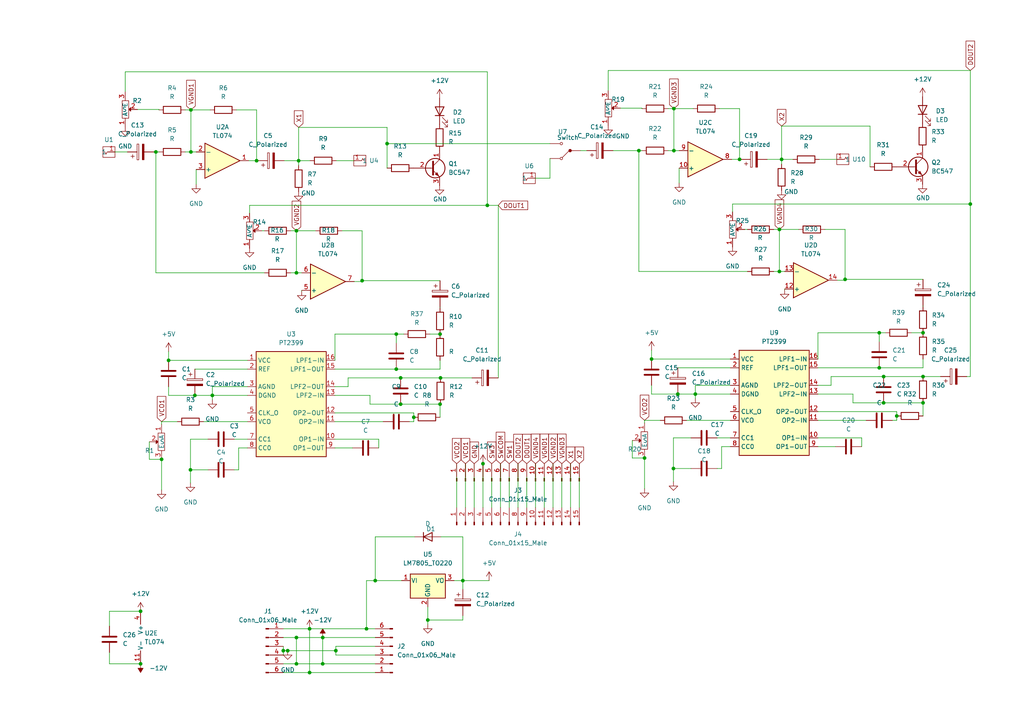
<source format=kicad_sch>
(kicad_sch (version 20230121) (generator eeschema)
  (paper "A4")
  (lib_symbols
    (symbol "Amplifier_Operational:TL074" (pin_names (offset 0.127))
      (property "Reference" "U" (at 0 5.08 0))
      (property "Value" "TL074" (at 0 -5.08 0))
      (symbol "TL074_1_1"
        (pin output line (at 7.62 0 180) (length 2.54) (name "~") (number "1"))
        (pin input line (at -7.62 -2.54 0) (length 2.54) (name "-") (number "2"))
        (pin input line (at -7.62 2.54 0) (length 2.54) (name "+") (number "3"))
      )
      (symbol "TL074_2_1"
        (pin input line (at -7.62 2.54 0) (length 2.54) (name "+") (number "5"))
        (pin input line (at -7.62 -2.54 0) (length 2.54) (name "-") (number "6"))
        (pin output line (at 7.62 0 180) (length 2.54) (name "~") (number "7"))
      )
      (symbol "TL074_3_1"
        (pin input line (at -7.62 2.54 0) (length 2.54) (name "+") (number "10"))
        (pin output line (at 7.62 0 180) (length 2.54) (name "~") (number "8"))
        (pin input line (at -7.62 -2.54 0) (length 2.54) (name "-") (number "9"))
      )
      (symbol "TL074_4_1"
        (pin input line (at -7.62 2.54 0) (length 2.54) (name "+") (number "12"))
        (pin input line (at -7.62 -2.54 0) (length 2.54) (name "-") (number "13"))
        (pin output line (at 7.62 0 180) (length 2.54) (name "~") (number "14"))
      )
      (symbol "TL074_5_1"
        (pin power_in line (at -2.54 -7.62 90) (length 3.81) (name "V-") (number "11"))
        (pin power_in line (at -2.54 7.62 270) (length 3.81) (name "V+") (number "4"))
      )
    )
    (symbol "Audio:PT2399"
      (property "Reference" "U" (at 0 17.78 0))
      (property "Value" "PT2399" (at 0 -17.78 0))
      (symbol "PT2399_1_1"
        (pin power_in line (at -12.7 12.7 0) (length 2.54) (name "VCC") (number "1"))
        (pin input line (at 12.7 -10.16 180) (length 2.54) (name "OP1-IN") (number "10"))
        (pin input line (at 12.7 -5.08 180) (length 2.54) (name "OP2-IN") (number "11"))
        (pin output line (at 12.7 -2.54 180) (length 2.54) (name "OP2-OUT") (number "12"))
        (pin input line (at 12.7 2.54 180) (length 2.54) (name "LPF2-IN") (number "13"))
        (pin output line (at 12.7 5.08 180) (length 2.54) (name "LPF2-OUT") (number "14"))
        (pin output line (at 12.7 10.16 180) (length 2.54) (name "LPF1-OUT") (number "15"))
        (pin input line (at 12.7 12.7 180) (length 2.54) (name "LPF1-IN") (number "16"))
        (pin passive line (at -12.7 10.16 0) (length 2.54) (name "REF") (number "2"))
        (pin power_in line (at -12.7 5.08 0) (length 2.54) (name "AGND") (number "3"))
        (pin power_in line (at -12.7 2.54 0) (length 2.54) (name "DGND") (number "4"))
        (pin passive line (at -12.7 -2.54 0) (length 2.54) (name "CLK_O") (number "5"))
        (pin passive line (at -12.7 -5.08 0) (length 2.54) (name "VCO") (number "6"))
        (pin passive line (at -12.7 -10.16 0) (length 2.54) (name "CC1") (number "7"))
        (pin passive line (at -12.7 -12.7 0) (length 2.54) (name "CC0") (number "8"))
        (pin output line (at 12.7 -12.7 180) (length 2.54) (name "OP1-OUT") (number "9"))
      )
    )
    (symbol "Connector:Conn_01x06_Male" (pin_names (offset 1.016) hide)
      (property "Reference" "J" (at 0 7.62 0))
      (property "Value" "Conn_01x06_Male" (at 0 -10.16 0))
      (symbol "Conn_01x06_Male_1_1"
        (pin passive line (at 5.08 5.08 180) (length 3.81) (name "Pin_1") (number "1"))
        (pin passive line (at 5.08 2.54 180) (length 3.81) (name "Pin_2") (number "2"))
        (pin passive line (at 5.08 0 180) (length 3.81) (name "Pin_3") (number "3"))
        (pin passive line (at 5.08 -2.54 180) (length 3.81) (name "Pin_4") (number "4"))
        (pin passive line (at 5.08 -5.08 180) (length 3.81) (name "Pin_5") (number "5"))
        (pin passive line (at 5.08 -7.62 180) (length 3.81) (name "Pin_6") (number "6"))
      )
    )
    (symbol "Connector:Conn_01x15_Male" (pin_names (offset 1.016) hide)
      (property "Reference" "J" (at 0 20.32 0))
      (property "Value" "Conn_01x15_Male" (at 0 -20.32 0))
      (symbol "Conn_01x15_Male_1_1"
        (pin passive line (at 5.08 17.78 180) (length 3.81) (name "Pin_1") (number "1"))
        (pin passive line (at 5.08 -5.08 180) (length 3.81) (name "Pin_10") (number "10"))
        (pin passive line (at 5.08 -7.62 180) (length 3.81) (name "Pin_11") (number "11"))
        (pin passive line (at 5.08 -10.16 180) (length 3.81) (name "Pin_12") (number "12"))
        (pin passive line (at 5.08 -12.7 180) (length 3.81) (name "Pin_13") (number "13"))
        (pin passive line (at 5.08 -15.24 180) (length 3.81) (name "Pin_14") (number "14"))
        (pin passive line (at 5.08 -17.78 180) (length 3.81) (name "Pin_15") (number "15"))
        (pin passive line (at 5.08 15.24 180) (length 3.81) (name "Pin_2") (number "2"))
        (pin passive line (at 5.08 12.7 180) (length 3.81) (name "Pin_3") (number "3"))
        (pin passive line (at 5.08 10.16 180) (length 3.81) (name "Pin_4") (number "4"))
        (pin passive line (at 5.08 7.62 180) (length 3.81) (name "Pin_5") (number "5"))
        (pin passive line (at 5.08 5.08 180) (length 3.81) (name "Pin_6") (number "6"))
        (pin passive line (at 5.08 2.54 180) (length 3.81) (name "Pin_7") (number "7"))
        (pin passive line (at 5.08 0 180) (length 3.81) (name "Pin_8") (number "8"))
        (pin passive line (at 5.08 -2.54 180) (length 3.81) (name "Pin_9") (number "9"))
      )
    )
    (symbol "Device:C" (pin_numbers hide) (pin_names (offset 0.254))
      (property "Reference" "C" (at 0.635 2.54 0))
      (property "Value" "C" (at 0.635 -2.54 0))
      (symbol "C_1_1"
        (pin passive line (at 0 3.81 270) (length 2.794) (name "~") (number "1"))
        (pin passive line (at 0 -3.81 90) (length 2.794) (name "~") (number "2"))
      )
    )
    (symbol "Device:C_Polarized" (pin_numbers hide) (pin_names (offset 0.254))
      (property "Reference" "C" (at 0.635 2.54 0))
      (property "Value" "C_Polarized" (at 0.635 -2.54 0))
      (symbol "C_Polarized_1_1"
        (pin passive line (at 0 3.81 270) (length 2.794) (name "~") (number "1"))
        (pin passive line (at 0 -3.81 90) (length 2.794) (name "~") (number "2"))
      )
    )
    (symbol "Device:D" (pin_numbers hide) (pin_names (offset 1.016) hide)
      (property "Reference" "D" (at 0 2.54 0))
      (property "Value" "D" (at 0 -2.54 0))
      (symbol "D_1_1"
        (pin passive line (at -3.81 0 0) (length 2.54) (name "K") (number "1"))
        (pin passive line (at 3.81 0 180) (length 2.54) (name "A") (number "2"))
      )
    )
    (symbol "Device:LED" (pin_numbers hide) (pin_names (offset 1.016) hide)
      (property "Reference" "D" (at 0 2.54 0))
      (property "Value" "LED" (at 0 -2.54 0))
      (symbol "LED_1_1"
        (pin passive line (at -3.81 0 0) (length 2.54) (name "K") (number "1"))
        (pin passive line (at 3.81 0 180) (length 2.54) (name "A") (number "2"))
      )
    )
    (symbol "Device:R" (pin_numbers hide) (pin_names (offset 0))
      (property "Reference" "R" (at 2.032 0 90))
      (property "Value" "R" (at 0 0 90))
      (symbol "R_1_1"
        (pin passive line (at 0 3.81 270) (length 1.27) (name "~") (number "1"))
        (pin passive line (at 0 -3.81 90) (length 1.27) (name "~") (number "2"))
      )
    )
    (symbol "HEJ:AlpsPot"
      (property "Reference" "R" (at -6.35 2.54 0))
      (symbol "AlpsPot_1_1"
        (pin passive line (at -3.556 -3.81 90) (length 2.54) (name "A") (number "1"))
        (pin passive line (at 0 1.27 180) (length 2.54) (name "S") (number "2"))
        (pin passive line (at -3.556 6.35 270) (length 2.54) (name "E") (number "3"))
        (pin no_connect line (at -11.684 0 270) (length 2.54) hide (name "NC") (number "4"))
        (pin no_connect line (at -13.716 0 270) (length 2.54) hide (name "NC") (number "5"))
        (pin no_connect line (at -16.002 0 270) (length 2.54) hide (name "NC") (number "6"))
      )
    )
    (symbol "HEJ:Aux_flush"
      (property "Reference" "U" (at -0.0508 5.3848 0))
      (symbol "Aux_flush_1_1"
        (pin bidirectional line (at 1.7272 0 180) (length 2) (name "1") (number "1"))
      )
    )
    (symbol "HEJ:Switch"
      (property "Reference" "U" (at 0 4.318 0))
      (property "Value" "Switch" (at 0 -6.096 0))
      (symbol "Switch_1_1"
        (pin input line (at 5.842 2.286 180) (length 2.54) hide (name "1") (number "1"))
        (pin input line (at -3.048 0 0) (length 2.54) hide (name "2") (number "2"))
        (pin input line (at 5.842 -2.032 180) (length 2.54) hide (name "3") (number "3"))
      )
    )
    (symbol "Regulator_Linear:LM7805_TO220" (pin_names (offset 0.254))
      (property "Reference" "U" (at -3.81 3.175 0))
      (property "Value" "LM7805_TO220" (at 0 3.175 0))
      (symbol "LM7805_TO220_1_1"
        (pin power_in line (at -7.62 0 0) (length 2.54) (name "VI") (number "1"))
        (pin power_in line (at 0 -7.62 90) (length 2.54) (name "GND") (number "2"))
        (pin power_out line (at 7.62 0 180) (length 2.54) (name "VO") (number "3"))
      )
    )
    (symbol "Transistor_BJT:BC547" (pin_names (offset 0) hide)
      (property "Reference" "Q" (at 5.08 1.905 0))
      (property "Value" "BC547" (at 5.08 0 0))
      (symbol "BC547_1_1"
        (pin passive line (at 2.54 5.08 270) (length 2.54) (name "C") (number "1"))
        (pin input line (at -5.08 0 0) (length 5.08) (name "B") (number "2"))
        (pin passive line (at 2.54 -5.08 90) (length 2.54) (name "E") (number "3"))
      )
    )
    (symbol "power:+12V" (power) (pin_names (offset 0))
      (property "Value" "+12V" (at 0 3.556 0))
      (symbol "+12V_1_1"
        (pin power_in line (at 0 0 90) (length 0) hide (name "+12V") (number "1"))
      )
    )
    (symbol "power:+5V" (power) (pin_names (offset 0))
      (property "Value" "+5V" (at 0 3.556 0))
      (symbol "+5V_1_1"
        (pin power_in line (at 0 0 90) (length 0) hide (name "+5V") (number "1"))
      )
    )
    (symbol "power:-12V" (power) (pin_names (offset 0))
      (property "Value" "-12V" (at 0 3.81 0))
      (symbol "-12V_0_0"
        (pin power_in line (at 0 0 90) (length 0) hide (name "-12V") (number "1"))
      )
    )
    (symbol "power:GND" (power) (pin_names (offset 0))
      (property "Value" "GND" (at 0 -3.81 0))
      (symbol "GND_1_1"
        (pin power_in line (at 0 0 270) (length 0) hide (name "GND") (number "1"))
      )
    )
  )
  (junction (at 196.596 114.3))
  (junction (at 112.268 41.656))
  (junction (at 226.695 46.228))
  (junction (at 127.762 109.601))
  (junction (at 106.299 182.372))
  (junction (at 93.599 184.912))
  (junction (at 195.326 135.89))
  (junction (at 226.06 78.74))
  (junction (at 89.789 195.072))
  (junction (at 55.372 31.877))
  (junction (at 195.453 43.688))
  (junction (at 82.169 188.722))
  (junction (at 141.351 59.563))
  (junction (at 56.515 114.681))
  (junction (at 85.979 192.532))
  (junction (at 97.409 188.722))
  (junction (at 45.212 44.069))
  (junction (at 267.716 109.22))
  (junction (at 114.935 96.901))
  (junction (at 74.422 46.609))
  (junction (at 40.767 192.532))
  (junction (at 48.895 104.521))
  (junction (at 55.245 136.271))
  (junction (at 267.716 96.52))
  (junction (at 85.979 184.912))
  (junction (at 188.976 104.14))
  (junction (at 85.979 79.121))
  (junction (at 55.372 44.069))
  (junction (at 256.286 116.84))
  (junction (at 256.286 109.22))
  (junction (at 245.11 81.026))
  (junction (at 89.789 182.372))
  (junction (at 127.635 117.221))
  (junction (at 124.079 179.832))
  (junction (at 267.716 116.84))
  (junction (at 226.06 66.548))
  (junction (at 120.015 121.031))
  (junction (at 214.503 46.228))
  (junction (at 255.016 96.52))
  (junction (at 134.239 168.402))
  (junction (at 40.767 177.292))
  (junction (at 140.081 134.493))
  (junction (at 185.293 43.688))
  (junction (at 108.839 168.402))
  (junction (at 93.599 192.532))
  (junction (at 260.096 120.65))
  (junction (at 195.453 31.496))
  (junction (at 105.029 81.407))
  (junction (at 116.205 117.221))
  (junction (at 201.676 114.3))
  (junction (at 46.863 133.223))
  (junction (at 186.944 132.842))
  (junction (at 85.979 66.929))
  (junction (at 61.595 114.681))
  (junction (at 114.935 107.061))
  (junction (at 116.205 109.601))
  (junction (at 86.614 46.609))
  (junction (at 255.016 106.68))
  (junction (at 83.439 188.722))
  (junction (at 281.432 59.182))
  (junction (at 127.635 96.901))
  (wire (pts (xy 124.079 179.832) (xy 134.239 179.832)))
  (wire (pts (xy 137.541 134.493) (xy 137.541 147.193)))
  (wire (pts (xy 176.403 20.447) (xy 176.403 26.289)))
  (wire (pts (xy 100.965 112.141) (xy 97.155 112.141)))
  (wire (pts (xy 131.699 168.402) (xy 134.239 168.402)))
  (wire (pts (xy 97.155 119.761) (xy 120.015 119.761)))
  (wire (pts (xy 208.026 127) (xy 211.836 127)))
  (wire (pts (xy 196.596 106.68) (xy 211.836 106.68)))
  (wire (pts (xy 186.182 31.369) (xy 186.182 31.496)))
  (wire (pts (xy 245.11 66.548) (xy 239.268 66.548)))
  (wire (pts (xy 227.584 83.82) (xy 227.584 84.074)))
  (wire (pts (xy 141.351 20.828) (xy 141.351 59.563)))
  (wire (pts (xy 83.439 188.722) (xy 97.409 188.722)))
  (wire (pts (xy 116.205 109.601) (xy 100.965 109.601)))
  (wire (pts (xy 97.409 189.992) (xy 108.839 189.992)))
  (wire (pts (xy 55.245 140.081) (xy 55.245 136.271)))
  (wire (pts (xy 97.155 104.521) (xy 97.155 96.901)))
  (wire (pts (xy 252.349 36.576) (xy 226.695 36.576)))
  (wire (pts (xy 82.169 195.072) (xy 89.789 195.072)))
  (wire (pts (xy 71.755 112.141) (xy 61.595 112.141)))
  (wire (pts (xy 102.743 81.661) (xy 105.029 81.661)))
  (wire (pts (xy 201.676 114.3) (xy 211.836 114.3)))
  (wire (pts (xy 48.895 104.521) (xy 71.755 104.521)))
  (wire (pts (xy 280.416 109.22) (xy 281.432 109.22)))
  (wire (pts (xy 224.409 66.548) (xy 226.06 66.548)))
  (wire (pts (xy 241.046 111.76) (xy 237.236 111.76)))
  (wire (pts (xy 214.503 31.496) (xy 208.661 31.496)))
  (wire (pts (xy 46.863 122.301) (xy 46.863 123.063)))
  (wire (pts (xy 112.268 41.656) (xy 159.512 41.656)))
  (wire (pts (xy 67.945 136.271) (xy 69.215 136.271)))
  (wire (pts (xy 185.293 78.74) (xy 216.789 78.74)))
  (wire (pts (xy 141.351 20.828) (xy 36.322 20.828)))
  (wire (pts (xy 55.372 44.069) (xy 56.896 44.069)))
  (wire (pts (xy 46.101 31.75) (xy 46.101 31.877)))
  (wire (pts (xy 191.516 121.92) (xy 186.944 121.92)))
  (wire (pts (xy 247.396 114.3) (xy 247.396 116.84)))
  (wire (pts (xy 193.802 31.496) (xy 195.453 31.496)))
  (wire (pts (xy 241.046 109.22) (xy 241.046 111.76)))
  (wire (pts (xy 114.935 96.901) (xy 117.094 96.901)))
  (wire (pts (xy 177.8 43.688) (xy 185.293 43.688)))
  (wire (pts (xy 114.935 96.901) (xy 114.935 99.441)))
  (wire (pts (xy 214.884 46.228) (xy 214.503 46.228)))
  (wire (pts (xy 72.136 46.609) (xy 74.422 46.609)))
  (wire (pts (xy 97.155 122.301) (xy 111.125 122.301)))
  (wire (pts (xy 45.212 79.121) (xy 76.708 79.121)))
  (wire (pts (xy 242.824 81.28) (xy 245.11 81.28)))
  (wire (pts (xy 85.979 184.912) (xy 85.979 192.532)))
  (wire (pts (xy 61.595 114.681) (xy 71.755 114.681)))
  (wire (pts (xy 140.081 134.493) (xy 140.081 147.193)))
  (wire (pts (xy 87.503 84.201) (xy 87.503 84.455)))
  (wire (pts (xy 195.326 139.7) (xy 195.326 135.89)))
  (wire (pts (xy 33.3502 44.069) (xy 36.957 44.069)))
  (wire (pts (xy 134.239 155.702) (xy 127.889 155.702)))
  (wire (pts (xy 256.286 109.22) (xy 267.716 109.22)))
  (wire (pts (xy 107.315 117.221) (xy 116.205 117.221)))
  (wire (pts (xy 106.299 182.372) (xy 106.299 168.402)))
  (wire (pts (xy 247.396 116.84) (xy 256.286 116.84)))
  (wire (pts (xy 211.836 111.76) (xy 201.676 111.76)))
  (wire (pts (xy 82.169 188.722) (xy 83.439 188.722)))
  (wire (pts (xy 82.169 188.722) (xy 82.169 189.992)))
  (wire (pts (xy 85.979 66.929) (xy 85.979 79.121)))
  (wire (pts (xy 141.351 59.563) (xy 144.526 59.563)))
  (wire (pts (xy 237.236 106.68) (xy 255.016 106.68)))
  (wire (pts (xy 116.205 109.601) (xy 127.762 109.601)))
  (wire (pts (xy 44.577 44.069) (xy 45.212 44.069)))
  (wire (pts (xy 97.155 107.061) (xy 114.935 107.061)))
  (wire (pts (xy 255.016 106.68) (xy 267.716 106.68)))
  (wire (pts (xy 245.11 81.026) (xy 245.11 66.548)))
  (wire (pts (xy 82.169 187.452) (xy 82.169 188.722)))
  (wire (pts (xy 97.155 114.681) (xy 107.315 114.681)))
  (wire (pts (xy 209.296 129.54) (xy 211.836 129.54)))
  (wire (pts (xy 267.716 106.68) (xy 267.716 104.14)))
  (wire (pts (xy 56.896 53.467) (xy 56.896 49.149)))
  (wire (pts (xy 124.079 179.832) (xy 124.079 176.022)))
  (wire (pts (xy 152.781 134.493) (xy 152.781 147.193)))
  (wire (pts (xy 188.976 104.14) (xy 211.836 104.14)))
  (wire (pts (xy 237.236 96.52) (xy 255.016 96.52)))
  (wire (pts (xy 186.944 141.732) (xy 186.944 132.842)))
  (wire (pts (xy 85.979 79.121) (xy 87.503 79.121)))
  (wire (pts (xy 179.959 31.369) (xy 186.182 31.369)))
  (wire (pts (xy 193.802 43.688) (xy 195.453 43.688)))
  (wire (pts (xy 97.409 188.722) (xy 97.409 189.992)))
  (wire (pts (xy 237.236 104.14) (xy 237.236 96.52)))
  (wire (pts (xy 226.695 36.576) (xy 226.695 46.228)))
  (wire (pts (xy 226.695 46.228) (xy 226.695 47.625)))
  (wire (pts (xy 89.789 182.372) (xy 89.789 195.072)))
  (wire (pts (xy 97.155 96.901) (xy 114.935 96.901)))
  (wire (pts (xy 237.236 114.3) (xy 247.396 114.3)))
  (wire (pts (xy 74.422 46.609) (xy 74.422 31.877)))
  (wire (pts (xy 112.268 41.656) (xy 112.268 36.957)))
  (wire (pts (xy 85.979 184.912) (xy 93.599 184.912)))
  (wire (pts (xy 89.789 195.072) (xy 108.839 195.072)))
  (wire (pts (xy 56.515 107.061) (xy 71.755 107.061)))
  (wire (pts (xy 61.595 112.141) (xy 61.595 114.681)))
  (wire (pts (xy 67.945 127.381) (xy 71.755 127.381)))
  (wire (pts (xy 150.241 134.493) (xy 150.241 147.193)))
  (wire (pts (xy 144.526 59.563) (xy 144.526 109.601)))
  (wire (pts (xy 105.029 66.929) (xy 99.187 66.929)))
  (wire (pts (xy 185.293 43.688) (xy 185.293 78.74)))
  (wire (pts (xy 134.239 178.562) (xy 134.239 179.832)))
  (wire (pts (xy 55.245 127.381) (xy 60.325 127.381)))
  (wire (pts (xy 245.11 81.026) (xy 267.716 81.026)))
  (wire (pts (xy 114.935 107.061) (xy 127.635 107.061)))
  (wire (pts (xy 260.096 121.92) (xy 258.826 121.92)))
  (wire (pts (xy 31.75 192.532) (xy 40.767 192.532)))
  (wire (pts (xy 53.721 44.069) (xy 55.372 44.069)))
  (wire (pts (xy 69.215 136.271) (xy 69.215 129.921)))
  (wire (pts (xy 196.596 114.3) (xy 201.676 114.3)))
  (wire (pts (xy 142.621 134.493) (xy 142.621 147.193)))
  (wire (pts (xy 97.409 187.452) (xy 108.839 187.452)))
  (wire (pts (xy 55.372 31.877) (xy 60.96 31.877)))
  (wire (pts (xy 31.75 189.23) (xy 31.75 192.532)))
  (wire (pts (xy 93.599 184.912) (xy 93.599 192.532)))
  (wire (pts (xy 260.096 120.65) (xy 260.096 121.92)))
  (wire (pts (xy 159.512 51.689) (xy 159.512 45.974)))
  (wire (pts (xy 267.716 88.646) (xy 267.716 88.9)))
  (wire (pts (xy 212.471 59.182) (xy 281.432 59.182)))
  (wire (pts (xy 212.217 46.228) (xy 214.503 46.228)))
  (wire (pts (xy 127.762 117.221) (xy 127.635 117.221)))
  (wire (pts (xy 55.245 136.271) (xy 55.245 127.381)))
  (wire (pts (xy 195.326 135.89) (xy 195.326 127)))
  (wire (pts (xy 74.422 31.877) (xy 68.58 31.877)))
  (wire (pts (xy 264.414 96.52) (xy 267.716 96.52)))
  (wire (pts (xy 82.169 192.532) (xy 85.979 192.532)))
  (wire (pts (xy 160.401 134.493) (xy 160.401 147.193)))
  (wire (pts (xy 195.326 127) (xy 200.406 127)))
  (wire (pts (xy 224.409 78.74) (xy 226.06 78.74)))
  (wire (pts (xy 55.245 136.271) (xy 60.325 136.271)))
  (wire (pts (xy 281.432 20.447) (xy 281.432 59.182)))
  (wire (pts (xy 112.268 48.768) (xy 112.268 41.656)))
  (wire (pts (xy 267.716 109.22) (xy 272.796 109.22)))
  (wire (pts (xy 188.976 111.76) (xy 188.976 114.3)))
  (wire (pts (xy 75.946 66.929) (xy 76.708 66.929)))
  (wire (pts (xy 256.286 116.84) (xy 267.716 116.84)))
  (wire (pts (xy 31.75 181.61) (xy 31.75 177.292)))
  (wire (pts (xy 45.212 44.069) (xy 45.212 79.121)))
  (wire (pts (xy 127.635 89.027) (xy 127.635 89.281)))
  (wire (pts (xy 222.504 46.228) (xy 226.695 46.228)))
  (wire (pts (xy 127.635 117.221) (xy 127.635 121.031)))
  (wire (pts (xy 31.75 177.292) (xy 40.767 177.292)))
  (wire (pts (xy 124.079 181.102) (xy 124.079 179.832)))
  (wire (pts (xy 46.863 142.113) (xy 46.863 133.223)))
  (wire (pts (xy 124.714 96.901) (xy 127.635 96.901)))
  (wire (pts (xy 105.029 81.407) (xy 127.635 81.407)))
  (wire (pts (xy 36.322 20.828) (xy 36.322 26.67)))
  (wire (pts (xy 155.2702 51.689) (xy 159.512 51.689)))
  (wire (pts (xy 120.015 119.761) (xy 120.015 121.031)))
  (wire (pts (xy 195.453 31.496) (xy 195.453 43.688)))
  (wire (pts (xy 245.11 81.28) (xy 245.11 81.026)))
  (wire (pts (xy 53.721 31.877) (xy 55.372 31.877)))
  (wire (pts (xy 237.236 129.54) (xy 242.316 129.54)))
  (wire (pts (xy 162.941 134.493) (xy 162.941 147.193)))
  (wire (pts (xy 116.205 117.221) (xy 127.635 117.221)))
  (wire (pts (xy 106.299 168.402) (xy 108.839 168.402)))
  (wire (pts (xy 226.06 78.74) (xy 227.584 78.74)))
  (wire (pts (xy 188.976 114.3) (xy 196.596 114.3)))
  (wire (pts (xy 168.021 134.493) (xy 168.021 147.193)))
  (wire (pts (xy 196.977 53.086) (xy 196.977 48.768)))
  (wire (pts (xy 45.212 44.069) (xy 46.101 44.069)))
  (wire (pts (xy 61.595 114.681) (xy 61.595 115.951)))
  (wire (pts (xy 97.536 46.609) (xy 102.616 46.609)))
  (wire (pts (xy 135.001 134.493) (xy 135.001 147.193)))
  (wire (pts (xy 256.286 109.22) (xy 241.046 109.22)))
  (wire (pts (xy 89.789 182.372) (xy 106.299 182.372)))
  (wire (pts (xy 59.055 122.301) (xy 71.755 122.301)))
  (wire (pts (xy 199.136 121.92) (xy 211.836 121.92)))
  (wire (pts (xy 39.878 31.75) (xy 46.101 31.75)))
  (wire (pts (xy 105.029 81.661) (xy 105.029 81.407)))
  (wire (pts (xy 145.161 134.493) (xy 145.161 147.193)))
  (wire (pts (xy 108.839 155.702) (xy 120.269 155.702)))
  (wire (pts (xy 183.388 127.762) (xy 183.388 132.842)))
  (wire (pts (xy 237.236 127) (xy 249.936 127)))
  (wire (pts (xy 226.06 66.548) (xy 226.06 78.74)))
  (wire (pts (xy 86.614 46.609) (xy 89.916 46.609)))
  (wire (pts (xy 93.599 192.532) (xy 108.839 192.532)))
  (wire (pts (xy 209.296 135.89) (xy 209.296 129.54)))
  (wire (pts (xy 201.676 114.3) (xy 201.676 115.57)))
  (wire (pts (xy 108.839 168.402) (xy 116.459 168.402)))
  (wire (pts (xy 82.423 46.609) (xy 86.614 46.609)))
  (wire (pts (xy 85.979 192.532) (xy 93.599 192.532)))
  (wire (pts (xy 260.096 119.38) (xy 260.096 120.65)))
  (wire (pts (xy 195.453 43.688) (xy 196.977 43.688)))
  (wire (pts (xy 48.895 114.681) (xy 56.515 114.681)))
  (wire (pts (xy 107.315 114.681) (xy 107.315 117.221)))
  (wire (pts (xy 109.855 127.381) (xy 109.855 129.921)))
  (wire (pts (xy 86.614 46.609) (xy 86.614 48.006)))
  (wire (pts (xy 183.388 132.842) (xy 186.944 132.842)))
  (wire (pts (xy 168.402 43.688) (xy 170.18 43.688)))
  (wire (pts (xy 127.635 107.061) (xy 127.635 104.521)))
  (wire (pts (xy 226.06 66.548) (xy 231.648 66.548)))
  (wire (pts (xy 188.976 101.6) (xy 188.976 104.14)))
  (wire (pts (xy 120.015 121.031) (xy 120.015 122.301)))
  (wire (pts (xy 48.895 101.981) (xy 48.895 104.521)))
  (wire (pts (xy 97.409 187.452) (xy 97.409 188.722)))
  (wire (pts (xy 84.328 79.121) (xy 85.979 79.121)))
  (wire (pts (xy 281.432 20.447) (xy 176.403 20.447)))
  (wire (pts (xy 267.716 116.84) (xy 267.716 120.65)))
  (wire (pts (xy 100.965 109.601) (xy 100.965 112.141)))
  (wire (pts (xy 132.461 134.493) (xy 132.461 147.193)))
  (wire (pts (xy 43.307 128.143) (xy 43.307 133.223)))
  (wire (pts (xy 134.239 170.942) (xy 134.239 168.402)))
  (wire (pts (xy 201.676 111.76) (xy 201.676 114.3)))
  (wire (pts (xy 212.471 61.468) (xy 212.471 59.182)))
  (wire (pts (xy 86.614 36.957) (xy 86.614 46.609)))
  (wire (pts (xy 105.029 81.407) (xy 105.029 66.929)))
  (wire (pts (xy 208.026 135.89) (xy 209.296 135.89)))
  (wire (pts (xy 281.432 59.182) (xy 281.432 109.22)))
  (wire (pts (xy 155.321 134.493) (xy 155.321 147.193)))
  (wire (pts (xy 97.155 127.381) (xy 109.855 127.381)))
  (wire (pts (xy 147.701 134.493) (xy 147.701 147.193)))
  (wire (pts (xy 157.861 134.493) (xy 157.861 147.193)))
  (wire (pts (xy 237.236 121.92) (xy 251.206 121.92)))
  (wire (pts (xy 74.803 46.609) (xy 74.422 46.609)))
  (wire (pts (xy 185.293 43.688) (xy 186.182 43.688)))
  (wire (pts (xy 69.215 129.921) (xy 71.755 129.921)))
  (wire (pts (xy 72.39 61.849) (xy 72.39 59.563)))
  (wire (pts (xy 120.015 122.301) (xy 118.745 122.301)))
  (wire (pts (xy 249.936 127) (xy 249.936 129.54)))
  (wire (pts (xy 106.299 182.372) (xy 108.839 182.372)))
  (wire (pts (xy 214.503 46.228) (xy 214.503 31.496)))
  (wire (pts (xy 186.944 121.92) (xy 186.944 122.682)))
  (wire (pts (xy 255.016 96.52) (xy 255.016 99.06)))
  (wire (pts (xy 237.617 46.228) (xy 242.697 46.228)))
  (wire (pts (xy 255.016 96.52) (xy 256.794 96.52)))
  (wire (pts (xy 252.349 48.387) (xy 252.349 36.576)))
  (wire (pts (xy 134.239 168.402) (xy 134.239 155.702)))
  (wire (pts (xy 237.236 119.38) (xy 260.096 119.38)))
  (wire (pts (xy 56.515 114.681) (xy 61.595 114.681)))
  (wire (pts (xy 72.39 59.563) (xy 141.351 59.563)))
  (wire (pts (xy 195.326 135.89) (xy 200.406 135.89)))
  (wire (pts (xy 134.239 168.402) (xy 141.859 168.402)))
  (wire (pts (xy 48.895 112.141) (xy 48.895 114.681)))
  (wire (pts (xy 82.169 182.372) (xy 89.789 182.372)))
  (wire (pts (xy 108.839 168.402) (xy 108.839 155.702)))
  (wire (pts (xy 84.328 66.929) (xy 85.979 66.929)))
  (wire (pts (xy 82.169 184.912) (xy 85.979 184.912)))
  (wire (pts (xy 112.268 36.957) (xy 86.614 36.957)))
  (wire (pts (xy 43.307 133.223) (xy 46.863 133.223)))
  (wire (pts (xy 97.155 129.921) (xy 102.235 129.921)))
  (wire (pts (xy 93.599 184.912) (xy 108.839 184.912)))
  (wire (pts (xy 195.453 31.496) (xy 201.041 31.496)))
  (wire (pts (xy 127.762 109.601) (xy 136.906 109.601)))
  (wire (pts (xy 85.979 66.929) (xy 91.567 66.929)))
  (wire (pts (xy 51.435 122.301) (xy 46.863 122.301)))
  (wire (pts (xy 216.027 66.548) (xy 216.789 66.548)))
  (wire (pts (xy 165.481 134.493) (xy 165.481 147.193)))
  (wire (pts (xy 55.372 31.877) (xy 55.372 44.069)))
  (wire (pts (xy 226.695 46.228) (xy 229.997 46.228)))
  (global_label "X1" (shape input) (at 165.481 134.493 90) (property "Intersheetrefs" "${INTERSHEET_REFS}" (effects hide)))
  (global_label "X2" (shape input) (at 226.695 36.576 90) (property "Intersheetrefs" "${INTERSHEET_REFS}" (effects hide)))
  (global_label "SW1" (shape input) (at 147.701 134.493 90) (property "Intersheetrefs" "${INTERSHEET_REFS}" (effects hide)))
  (global_label "DOUT2" (shape input) (at 150.241 134.493 90) (property "Intersheetrefs" "${INTERSHEET_REFS}" (effects hide)))
  (global_label "X2" (shape input) (at 168.021 134.493 90) (property "Intersheetrefs" "${INTERSHEET_REFS}" (effects hide)))
  (global_label "DOUT1" (shape input) (at 152.781 134.493 90) (property "Intersheetrefs" "${INTERSHEET_REFS}" (effects hide)))
  (global_label "SW3" (shape input) (at 142.621 134.493 90) (property "Intersheetrefs" "${INTERSHEET_REFS}" (effects hide)))
  (global_label "VGND4" (shape input) (at 226.06 66.548 90) (property "Intersheetrefs" "${INTERSHEET_REFS}" (effects hide)))
  (global_label "DOUT1" (shape input) (at 144.526 59.563 0) (property "Intersheetrefs" "${INTERSHEET_REFS}" (effects hide)))
  (global_label "VGND2" (shape input) (at 85.979 66.929 90) (property "Intersheetrefs" "${INTERSHEET_REFS}" (effects hide)))
  (global_label "VCO2" (shape input) (at 186.944 121.92 90) (property "Intersheetrefs" "${INTERSHEET_REFS}" (effects hide)))
  (global_label "GND" (shape input) (at 137.541 134.493 90) (property "Intersheetrefs" "${INTERSHEET_REFS}" (effects hide)))
  (global_label "VGND1" (shape input) (at 55.372 31.877 90) (property "Intersheetrefs" "${INTERSHEET_REFS}" (effects hide)))
  (global_label "VCO2" (shape input) (at 132.461 134.493 90) (property "Intersheetrefs" "${INTERSHEET_REFS}" (effects hide)))
  (global_label "X1" (shape input) (at 86.614 36.957 90) (property "Intersheetrefs" "${INTERSHEET_REFS}" (effects hide)))
  (global_label "VGND1" (shape input) (at 157.861 134.493 90) (property "Intersheetrefs" "${INTERSHEET_REFS}" (effects hide)))
  (global_label "DOUT2" (shape input) (at 281.432 20.447 90) (property "Intersheetrefs" "${INTERSHEET_REFS}" (effects hide)))
  (global_label "VCO1" (shape input) (at 135.001 134.493 90) (property "Intersheetrefs" "${INTERSHEET_REFS}" (effects hide)))
  (global_label "VGND3" (shape input) (at 195.453 31.496 90) (property "Intersheetrefs" "${INTERSHEET_REFS}" (effects hide)))
  (global_label "VCO1" (shape input) (at 46.863 122.301 90) (property "Intersheetrefs" "${INTERSHEET_REFS}" (effects hide)))
  (global_label "SWCOM" (shape input) (at 145.161 134.493 90) (property "Intersheetrefs" "${INTERSHEET_REFS}" (effects hide)))
  (global_label "VGND4" (shape input) (at 155.321 134.493 90) (property "Intersheetrefs" "${INTERSHEET_REFS}" (effects hide)))
  (global_label "VGND2" (shape input) (at 160.401 134.493 90) (property "Intersheetrefs" "${INTERSHEET_REFS}" (effects hide)))
  (global_label "VGND3" (shape input) (at 162.941 134.493 90) (property "Intersheetrefs" "${INTERSHEET_REFS}" (effects hide)))
  (symbol (lib_id "Device:R") (at 189.992 31.496 270) (unit 1)
    (property "Reference" "R21" (at 189.992 25.146 90))
    (property "Value" "R" (at 189.992 27.686 90))
    (property "Footprint" "Resistor_THT:R_Axial_DIN0207_L6.3mm_D2.5mm_P7.62mm_Horizontal" (effects hide))
  )
  (symbol (lib_id "Device:R") (at 120.904 96.901 90) (unit 1)
    (property "Reference" "R37" (at 120.904 91.059 90))
    (property "Value" "R" (at 120.904 93.599 90))
    (property "Footprint" "Resistor_THT:R_Axial_DIN0207_L6.3mm_D2.5mm_P7.62mm_Horizontal" (effects hide))
  )
  (symbol (lib_id "Device:R") (at 64.77 31.877 270) (unit 1)
    (property "Reference" "R6" (at 64.77 25.527 90))
    (property "Value" "R" (at 64.77 28.067 90))
    (property "Footprint" "Resistor_THT:R_Axial_DIN0207_L6.3mm_D2.5mm_P7.62mm_Horizontal" (effects hide))
  )
  (symbol (lib_id "power:+12V") (at 127.508 28.448 0) (unit 1)
    (property "Reference" "#PWR0115" (effects hide))
    (property "Value" "+12V" (at 127.508 23.368 0))
  )
  (symbol (lib_id "Device:R") (at 220.599 66.548 270) (unit 1)
    (property "Reference" "R26" (at 220.472 66.421 90))
    (property "Value" "R" (at 220.472 68.961 90))
    (property "Footprint" "Resistor_THT:R_Axial_DIN0207_L6.3mm_D2.5mm_P7.62mm_Horizontal" (effects hide))
  )
  (symbol (lib_id "Regulator_Linear:LM7805_TO220") (at 124.079 168.402 0) (unit 1)
    (property "Reference" "U5" (at 124.079 160.782 0))
    (property "Value" "LM7805_TO220" (at 124.079 163.322 0))
    (property "Footprint" "Package_TO_SOT_THT:TO-220-3_Vertical" (effects hide))
    (property "Datasheet" "https://www.onsemi.cn/PowerSolutions/document/MC7800-D.PDF" (effects hide))
  )
  (symbol (lib_id "Device:C_Polarized") (at 173.99 43.688 90) (unit 1)
    (property "Reference" "C14" (at 173.101 36.83 90))
    (property "Value" "C_Polarized" (at 173.101 39.37 90))
    (property "Footprint" "Capacitor_THT:C_Rect_L9.0mm_W2.7mm_P7.50mm_MKT" (effects hide))
  )
  (symbol (lib_id "HEJ:AlpsPot") (at 43.307 126.873 180) (unit 1)
    (property "Reference" "R1" (at 42.037 130.683 0) (effects (justify right)))
    (property "Value" "AlpsPot" (effects hide))
    (property "Footprint" "Library:AlpsPot" (effects hide))
  )
  (symbol (lib_id "Transistor_BJT:BC547") (at 265.049 48.387 0) (unit 1)
    (property "Reference" "Q2" (at 270.129 47.1169 0) (effects (justify left)))
    (property "Value" "BC547" (at 270.129 49.6569 0) (effects (justify left)))
    (property "Footprint" "Package_TO_SOT_THT:TO-92_Inline_Wide" (effects hide))
    (property "Datasheet" "https://www.onsemi.com/pub/Collateral/BC550-D.pdf" (effects hide))
  )
  (symbol (lib_id "Device:C") (at 48.895 108.331 0) (unit 1)
    (property "Reference" "C1" (at 52.705 107.0609 0) (effects (justify left)))
    (property "Value" "C" (at 52.705 109.6009 0) (effects (justify left)))
    (property "Footprint" "Capacitor_THT:C_Axial_L3.8mm_D2.6mm_P7.50mm_Horizontal" (effects hide))
  )
  (symbol (lib_id "Device:C") (at 255.016 121.92 90) (unit 1)
    (property "Reference" "C22" (at 255.016 111.76 90))
    (property "Value" "C" (at 255.016 116.84 90))
    (property "Footprint" "Capacitor_THT:C_Axial_L3.8mm_D2.6mm_P7.50mm_Horizontal" (effects hide))
  )
  (symbol (lib_id "Device:R") (at 127.508 39.878 180) (unit 1)
    (property "Reference" "R15" (at 130.048 38.6079 0) (effects (justify right)))
    (property "Value" "R" (at 130.048 41.1479 0) (effects (justify right)))
    (property "Footprint" "Resistor_THT:R_Axial_DIN0207_L6.3mm_D2.5mm_P7.62mm_Horizontal" (effects hide))
  )
  (symbol (lib_id "Device:R") (at 220.599 78.74 270) (unit 1)
    (property "Reference" "R27" (at 220.599 72.39 90))
    (property "Value" "R" (at 220.599 74.93 90))
    (property "Footprint" "Resistor_THT:R_Axial_DIN0207_L6.3mm_D2.5mm_P7.62mm_Horizontal" (effects hide))
  )
  (symbol (lib_id "Device:D") (at 124.079 155.702 0) (unit 1)
    (property "Reference" "D1" (at 124.968 153.416 0))
    (property "Value" "D" (at 124.079 151.892 0))
    (property "Footprint" "Diode_THT:D_A-405_P7.62mm_Horizontal" (effects hide))
  )
  (symbol (lib_id "Device:C") (at 64.135 127.381 90) (unit 1)
    (property "Reference" "C3" (at 67.945 123.571 90))
    (property "Value" "C" (at 67.945 126.111 90))
    (property "Footprint" "Capacitor_THT:C_Axial_L3.8mm_D2.6mm_P7.50mm_Horizontal" (effects hide))
  )
  (symbol (lib_id "Device:C_Polarized") (at 267.716 84.836 0) (unit 1)
    (property "Reference" "C24" (at 271.78 82.6769 0) (effects (justify left)))
    (property "Value" "C_Polarized" (at 271.78 85.2169 0) (effects (justify left)))
    (property "Footprint" "Capacitor_THT:C_Rect_L9.0mm_W2.7mm_P7.50mm_MKT" (effects hide))
  )
  (symbol (lib_id "Device:C") (at 255.016 102.87 0) (unit 1)
    (property "Reference" "C21" (at 258.826 101.5999 0) (effects (justify left)))
    (property "Value" "C" (at 258.826 104.1399 0) (effects (justify left)))
    (property "Footprint" "Capacitor_THT:C_Axial_L3.8mm_D2.6mm_P7.50mm_Horizontal" (effects hide))
  )
  (symbol (lib_id "Device:C") (at 106.045 129.921 90) (unit 1)
    (property "Reference" "C7" (at 106.045 122.301 90))
    (property "Value" "C" (at 106.045 124.841 90))
    (property "Footprint" "Capacitor_THT:C_Axial_L3.8mm_D2.6mm_P7.50mm_Horizontal" (effects hide))
  )
  (symbol (lib_id "Device:LED") (at 127.508 32.258 90) (unit 1)
    (property "Reference" "D2" (at 131.318 32.5754 90) (effects (justify right)))
    (property "Value" "LED" (at 131.318 35.1154 90) (effects (justify right)))
    (property "Footprint" "LED_THT:LED_D5.0mm" (effects hide))
  )
  (symbol (lib_id "Device:C") (at 246.126 129.54 90) (unit 1)
    (property "Reference" "C20" (at 246.126 121.92 90))
    (property "Value" "C" (at 246.126 124.46 90))
    (property "Footprint" "Capacitor_THT:C_Axial_L3.8mm_D2.6mm_P7.50mm_Horizontal" (effects hide))
  )
  (symbol (lib_id "Device:C_Polarized") (at 78.613 46.609 90) (unit 1)
    (property "Reference" "C5" (at 77.724 39.37 90))
    (property "Value" "C_Polarized" (at 77.724 41.91 90))
    (property "Footprint" "Capacitor_THT:C_Rect_L9.0mm_W2.7mm_P7.50mm_MKT" (effects hide))
  )
  (symbol (lib_id "HEJ:AlpsPot") (at 75.946 68.199 0) (unit 1)
    (property "Reference" "R14" (at 77.216 64.389 0) (effects (justify right)))
    (property "Value" "AlpsPot" (effects hide))
    (property "Footprint" "Library:AlpsPot" (effects hide))
  )
  (symbol (lib_id "power:GND") (at 127.508 53.848 0) (mirror y) (unit 1)
    (property "Reference" "#PWR0114" (effects hide))
    (property "Value" "GND" (at 127.635 57.785 0))
  )
  (symbol (lib_id "Device:R") (at 95.377 66.929 270) (unit 1)
    (property "Reference" "R18" (at 95.25 66.802 90))
    (property "Value" "R" (at 95.25 69.342 90))
    (property "Footprint" "Resistor_THT:R_Axial_DIN0207_L6.3mm_D2.5mm_P7.62mm_Horizontal" (effects hide))
  )
  (symbol (lib_id "power:-12V") (at 40.767 192.532 180) (unit 1)
    (property "Reference" "#PWR0107" (effects hide))
    (property "Value" "-12V" (at 43.307 193.8019 0) (effects (justify right)))
  )
  (symbol (lib_id "power:GND") (at 61.595 115.951 0) (mirror y) (unit 1)
    (property "Reference" "#PWR0102" (effects hide))
    (property "Value" "GND" (at 61.595 121.5391 0))
  )
  (symbol (lib_id "Device:R") (at 93.726 46.609 270) (unit 1)
    (property "Reference" "R9" (at 93.726 40.259 90))
    (property "Value" "R" (at 93.726 42.799 90))
    (property "Footprint" "Resistor_THT:R_Axial_DIN0207_L6.3mm_D2.5mm_P7.62mm_Horizontal" (effects hide))
  )
  (symbol (lib_id "Device:R") (at 260.604 96.52 90) (unit 1)
    (property "Reference" "R39" (at 260.604 90.678 90))
    (property "Value" "R" (at 260.604 93.218 90))
    (property "Footprint" "Resistor_THT:R_Axial_DIN0207_L6.3mm_D2.5mm_P7.62mm_Horizontal" (effects hide))
  )
  (symbol (lib_id "Device:R") (at 127.635 93.091 0) (unit 1)
    (property "Reference" "R10" (at 130.175 91.8209 0) (effects (justify left)))
    (property "Value" "R" (at 130.175 94.3609 0) (effects (justify left)))
    (property "Footprint" "Resistor_THT:R_Axial_DIN0207_L6.3mm_D2.5mm_P7.62mm_Horizontal" (effects hide))
  )
  (symbol (lib_id "Device:R") (at 55.245 122.301 270) (unit 1)
    (property "Reference" "R3" (at 55.245 115.951 90))
    (property "Value" "R" (at 55.245 118.491 90))
    (property "Footprint" "Resistor_THT:R_Axial_DIN0207_L6.3mm_D2.5mm_P7.62mm_Horizontal" (effects hide))
  )
  (symbol (lib_id "Device:C") (at 114.935 103.251 0) (unit 1)
    (property "Reference" "C8" (at 118.745 101.9809 0) (effects (justify left)))
    (property "Value" "C" (at 118.745 104.5209 0) (effects (justify left)))
    (property "Footprint" "Capacitor_THT:C_Axial_L3.8mm_D2.6mm_P7.50mm_Horizontal" (effects hide))
  )
  (symbol (lib_id "power:GND") (at 55.245 140.081 0) (mirror y) (unit 1)
    (property "Reference" "#PWR0113" (effects hide))
    (property "Value" "GND" (at 55.245 145.6691 0))
  )
  (symbol (lib_id "HEJ:AlpsPot") (at 216.027 67.818 0) (unit 1)
    (property "Reference" "R25" (at 217.297 64.008 0) (effects (justify right)))
    (property "Value" "AlpsPot" (effects hide))
    (property "Footprint" "Library:AlpsPot" (effects hide))
  )
  (symbol (lib_id "power:GND") (at 83.439 188.722 0) (mirror y) (unit 1)
    (property "Reference" "#PWR0106" (effects hide))
    (property "Value" "GND" (at 83.439 194.3101 0))
  )
  (symbol (lib_id "Device:R") (at 263.906 120.65 270) (unit 1)
    (property "Reference" "R32" (at 263.906 114.3 90))
    (property "Value" "R" (at 263.906 116.84 90))
    (property "Footprint" "Resistor_THT:R_Axial_DIN0207_L6.3mm_D2.5mm_P7.62mm_Horizontal" (effects hide))
  )
  (symbol (lib_id "power:GND") (at 46.863 142.113 0) (mirror y) (unit 1)
    (property "Reference" "#PWR0103" (effects hide))
    (property "Value" "GND" (at 46.863 147.7011 0))
  )
  (symbol (lib_id "power:+5V") (at 188.976 101.6 0) (unit 1)
    (property "Reference" "#PWR0125" (effects hide))
    (property "Value" "+5V" (at 188.976 96.52 0))
  )
  (symbol (lib_id "Device:C") (at 31.75 185.42 0) (unit 1)
    (property "Reference" "C26" (at 35.56 184.1499 0) (effects (justify left)))
    (property "Value" "C" (at 35.56 186.6899 0) (effects (justify left)))
    (property "Footprint" "Capacitor_THT:C_Axial_L3.8mm_D2.6mm_P7.50mm_Horizontal" (effects hide))
  )
  (symbol (lib_id "power:GND") (at 86.614 55.626 0) (mirror y) (unit 1)
    (property "Reference" "#PWR0118" (effects hide))
    (property "Value" "GND" (at 89.408 56.007 0))
  )
  (symbol (lib_id "power:+5V") (at 48.895 101.981 0) (unit 1)
    (property "Reference" "#PWR0101" (effects hide))
    (property "Value" "+5V" (at 48.895 96.901 0))
  )
  (symbol (lib_id "Device:R") (at 256.159 48.387 270) (unit 1)
    (property "Reference" "R31" (at 256.159 42.037 90))
    (property "Value" "R" (at 256.159 44.577 90))
    (property "Footprint" "Resistor_THT:R_Axial_DIN0207_L6.3mm_D2.5mm_P7.62mm_Horizontal" (effects hide))
  )
  (symbol (lib_id "Device:R") (at 233.807 46.228 270) (unit 1)
    (property "Reference" "R29" (at 233.807 39.878 90))
    (property "Value" "R" (at 233.807 42.418 90))
    (property "Footprint" "Resistor_THT:R_Axial_DIN0207_L6.3mm_D2.5mm_P7.62mm_Horizontal" (effects hide))
  )
  (symbol (lib_id "Device:C") (at 204.216 127 90) (unit 1)
    (property "Reference" "C17" (at 208.026 123.19 90))
    (property "Value" "C" (at 208.026 125.73 90))
    (property "Footprint" "Capacitor_THT:C_Axial_L3.8mm_D2.6mm_P7.50mm_Horizontal" (effects hide))
  )
  (symbol (lib_id "Amplifier_Operational:TL074") (at 95.123 81.661 0) (mirror x) (unit 2)
    (property "Reference" "U2" (at 95.123 71.12 0))
    (property "Value" "TL074" (at 95.123 73.66 0))
    (property "Footprint" "Package_DIP:DIP-14_W7.62mm" (effects hide))
    (property "Datasheet" "http://www.ti.com/lit/ds/symlink/tl071.pdf" (effects hide))
  )
  (symbol (lib_id "power:GND") (at 87.503 84.455 0) (mirror y) (unit 1)
    (property "Reference" "#PWR0128" (effects hide))
    (property "Value" "GND" (at 87.503 90.0431 0))
  )
  (symbol (lib_id "power:+12V") (at 267.589 28.067 0) (unit 1)
    (property "Reference" "#PWR0116" (effects hide))
    (property "Value" "+12V" (at 267.589 22.987 0))
  )
  (symbol (lib_id "HEJ:Aux_flush") (at 31.623 44.069 0) (unit 1)
    (property "Reference" "U1" (at 31.5976 40.513 0))
    (property "Value" "Aux_flush" (effects hide))
    (property "Footprint" "Library:aux_flush" (effects hide))
  )
  (symbol (lib_id "power:GND") (at 227.584 84.074 0) (mirror y) (unit 1)
    (property "Reference" "#PWR0120" (effects hide))
    (property "Value" "GND" (at 227.584 89.6621 0))
  )
  (symbol (lib_id "power:+5V") (at 141.859 168.402 0) (unit 1)
    (property "Reference" "#PWR0112" (effects hide))
    (property "Value" "+5V" (at 141.859 163.322 0))
  )
  (symbol (lib_id "Connector:Conn_01x06_Male") (at 77.089 187.452 0) (unit 1)
    (property "Reference" "J1" (at 77.724 177.292 0))
    (property "Value" "Conn_01x06_Male" (at 77.724 179.832 0))
    (property "Footprint" "Connector_PinHeader_2.54mm:PinHeader_1x06_P2.54mm_Vertical" (effects hide))
  )
  (symbol (lib_id "HEJ:AlpsPot") (at 183.388 126.492 180) (unit 1)
    (property "Reference" "R20" (at 182.118 130.302 0) (effects (justify right)))
    (property "Value" "AlpsPot" (effects hide))
    (property "Footprint" "Library:AlpsPot" (effects hide))
  )
  (symbol (lib_id "power:+12V") (at 40.767 177.292 0) (unit 1)
    (property "Reference" "#PWR0108" (effects hide))
    (property "Value" "+12V" (at 40.767 172.212 0))
  )
  (symbol (lib_id "Device:R") (at 189.992 43.688 270) (unit 1)
    (property "Reference" "R22" (at 189.992 37.338 90))
    (property "Value" "R" (at 189.992 39.878 90))
    (property "Footprint" "Resistor_THT:R_Axial_DIN0207_L6.3mm_D2.5mm_P7.62mm_Horizontal" (effects hide))
  )
  (symbol (lib_id "power:GND") (at 196.977 53.086 0) (mirror y) (unit 1)
    (property "Reference" "#PWR0122" (effects hide))
    (property "Value" "GND" (at 196.977 58.6741 0))
  )
  (symbol (lib_id "Device:R") (at 267.716 113.03 0) (unit 1)
    (property "Reference" "R36" (at 270.256 111.7599 0) (effects (justify left)))
    (property "Value" "R" (at 270.256 114.2999 0) (effects (justify left)))
    (property "Footprint" "Resistor_THT:R_Axial_DIN0207_L6.3mm_D2.5mm_P7.62mm_Horizontal" (effects hide))
  )
  (symbol (lib_id "Device:R") (at 235.458 66.548 270) (unit 1)
    (property "Reference" "R30" (at 235.331 66.421 90))
    (property "Value" "R" (at 235.331 68.961 90))
    (property "Footprint" "Resistor_THT:R_Axial_DIN0207_L6.3mm_D2.5mm_P7.62mm_Horizontal" (effects hide))
  )
  (symbol (lib_id "Device:R") (at 204.851 31.496 270) (unit 1)
    (property "Reference" "R24" (at 204.851 25.146 90))
    (property "Value" "R" (at 204.851 27.686 90))
    (property "Footprint" "Resistor_THT:R_Axial_DIN0207_L6.3mm_D2.5mm_P7.62mm_Horizontal" (effects hide))
  )
  (symbol (lib_id "Device:R") (at 127.762 113.411 0) (unit 1)
    (property "Reference" "R12" (at 130.302 112.1409 0) (effects (justify left)))
    (property "Value" "R" (at 130.302 114.6809 0) (effects (justify left)))
    (property "Footprint" "Resistor_THT:R_Axial_DIN0207_L6.3mm_D2.5mm_P7.62mm_Horizontal" (effects hide))
  )
  (symbol (lib_id "Device:LED") (at 267.589 31.877 90) (unit 1)
    (property "Reference" "D3" (at 271.399 32.1944 90) (effects (justify right)))
    (property "Value" "LED" (at 271.399 34.7344 90) (effects (justify right)))
    (property "Footprint" "LED_THT:LED_D5.0mm" (effects hide))
  )
  (symbol (lib_id "HEJ:Switch") (at 165.354 43.688 180) (unit 1)
    (property "Reference" "U7" (at 161.798 38.227 0) (effects (justify right)))
    (property "Value" "Switch" (at 161.544 39.878 0) (effects (justify right)))
    (property "Footprint" "Library:Switch" (effects hide))
  )
  (symbol (lib_id "Device:R") (at 49.911 44.069 270) (unit 1)
    (property "Reference" "R5" (at 49.911 37.719 90))
    (property "Value" "R" (at 49.911 40.259 90))
    (property "Footprint" "Resistor_THT:R_Axial_DIN0207_L6.3mm_D2.5mm_P7.62mm_Horizontal" (effects hide))
  )
  (symbol (lib_id "Device:C_Polarized") (at 140.716 109.601 90) (unit 1)
    (property "Reference" "C11" (at 139.827 101.6 90))
    (property "Value" "C_Polarized" (at 139.827 104.14 90))
    (property "Footprint" "Capacitor_THT:C_Rect_L9.0mm_W2.7mm_P7.50mm_MKT" (effects hide))
  )
  (symbol (lib_id "Device:C_Polarized") (at 134.239 174.752 0) (unit 1)
    (property "Reference" "C12" (at 138.049 172.5929 0) (effects (justify left)))
    (property "Value" "C_Polarized" (at 138.049 175.1329 0) (effects (justify left)))
    (property "Footprint" "Capacitor_THT:CP_Radial_D10.0mm_P3.80mm" (effects hide))
  )
  (symbol (lib_id "Device:C_Polarized") (at 196.596 110.49 0) (unit 1)
    (property "Reference" "C16" (at 200.66 108.3309 0) (effects (justify left)))
    (property "Value" "C_Polarized" (at 200.66 110.8709 0) (effects (justify left)))
    (property "Footprint" "Capacitor_THT:C_Rect_L9.0mm_W2.7mm_P7.50mm_MKT" (effects hide))
  )
  (symbol (lib_id "Connector:Conn_01x15_Male") (at 150.241 152.273 90) (unit 1)
    (property "Reference" "J4" (at 150.241 154.94 90))
    (property "Value" "Conn_01x15_Male" (at 150.241 157.48 90))
    (property "Footprint" "Connector_PinHeader_2.54mm:PinHeader_1x15_P2.54mm_Vertical" (effects hide))
  )
  (symbol (lib_id "Connector:Conn_01x06_Male") (at 113.919 189.992 180) (unit 1)
    (property "Reference" "J2" (at 115.189 187.4519 0) (effects (justify right)))
    (property "Value" "Conn_01x06_Male" (at 115.189 189.9919 0) (effects (justify right)))
    (property "Footprint" "Connector_PinHeader_2.54mm:PinHeader_1x06_P2.54mm_Vertical" (effects hide))
  )
  (symbol (lib_id "Device:R") (at 267.716 100.33 0) (unit 1)
    (property "Reference" "R35" (at 270.256 99.0599 0) (effects (justify left)))
    (property "Value" "R" (at 270.256 101.5999 0) (effects (justify left)))
    (property "Footprint" "Resistor_THT:R_Axial_DIN0207_L6.3mm_D2.5mm_P7.62mm_Horizontal" (effects hide))
  )
  (symbol (lib_id "Amplifier_Operational:TL074") (at 38.227 184.912 0) (mirror y) (unit 5)
    (property "Reference" "U2" (at 41.91 183.6419 0) (effects (justify right)))
    (property "Value" "TL074" (at 41.91 186.1819 0) (effects (justify right)))
    (property "Footprint" "Package_DIP:DIP-14_W7.62mm" (effects hide))
    (property "Datasheet" "http://www.ti.com/lit/ds/symlink/tl071.pdf" (effects hide))
  )
  (symbol (lib_id "Device:R") (at 127.635 100.711 0) (unit 1)
    (property "Reference" "R11" (effects hide))
    (property "Value" "R" (at 130.175 101.9809 0) (effects (justify left)))
    (property "Footprint" "Resistor_THT:R_Axial_DIN0207_L6.3mm_D2.5mm_P7.62mm_Horizontal" (effects hide))
  )
  (symbol (lib_id "Amplifier_Operational:TL074") (at 235.204 81.28 0) (mirror x) (unit 4)
    (property "Reference" "U2" (at 235.204 71.12 0))
    (property "Value" "TL074" (at 235.204 73.66 0))
    (property "Footprint" "Package_DIP:DIP-14_W7.62mm" (effects hide))
    (property "Datasheet" "http://www.ti.com/lit/ds/symlink/tl071.pdf" (effects hide))
  )
  (symbol (lib_id "Device:R") (at 267.716 92.71 0) (unit 1)
    (property "Reference" "R34" (at 270.256 91.4399 0) (effects (justify left)))
    (property "Value" "R" (at 270.256 93.9799 0) (effects (justify left)))
    (property "Footprint" "Resistor_THT:R_Axial_DIN0207_L6.3mm_D2.5mm_P7.62mm_Horizontal" (effects hide))
  )
  (symbol (lib_id "Device:R") (at 267.589 39.497 180) (unit 1)
    (property "Reference" "R33" (at 270.129 38.2269 0) (effects (justify right)))
    (property "Value" "R" (at 270.129 40.7669 0) (effects (justify right)))
    (property "Footprint" "Resistor_THT:R_Axial_DIN0207_L6.3mm_D2.5mm_P7.62mm_Horizontal" (effects hide))
  )
  (symbol (lib_id "power:GND") (at 72.39 72.009 0) (mirror y) (unit 1)
    (property "Reference" "#PWR0129" (effects hide))
    (property "Value" "GND" (at 72.39 77.5971 0))
  )
  (symbol (lib_id "Device:R") (at 123.825 121.031 270) (unit 1)
    (property "Reference" "R8" (at 123.825 114.681 90))
    (property "Value" "R" (at 123.825 117.221 90))
    (property "Footprint" "Resistor_THT:R_Axial_DIN0207_L6.3mm_D2.5mm_P7.62mm_Horizontal" (effects hide))
  )
  (symbol (lib_id "power:GND") (at 186.944 141.732 0) (mirror y) (unit 1)
    (property "Reference" "#PWR0127" (effects hide))
    (property "Value" "GND" (at 186.944 147.3201 0))
  )
  (symbol (lib_id "Amplifier_Operational:TL074") (at 204.597 46.228 0) (mirror x) (unit 3)
    (property "Reference" "U2" (at 204.597 35.56 0))
    (property "Value" "TL074" (at 204.597 38.1 0))
    (property "Footprint" "Package_DIP:DIP-14_W7.62mm" (effects hide))
    (property "Datasheet" "http://www.ti.com/lit/ds/symlink/tl071.pdf" (effects hide))
  )
  (symbol (lib_id "power:GND") (at 124.079 181.102 0) (mirror y) (unit 1)
    (property "Reference" "#PWR0111" (effects hide))
    (property "Value" "GND" (at 124.079 186.6901 0))
  )
  (symbol (lib_id "power:GND") (at 226.695 55.245 0) (mirror y) (unit 1)
    (property "Reference" "#PWR0119" (effects hide))
    (property "Value" "GND" (at 229.489 55.626 0))
  )
  (symbol (lib_id "Device:C_Polarized") (at 276.606 109.22 90) (unit 1)
    (property "Reference" "C25" (at 275.717 101.6 90))
    (property "Value" "C_Polarized" (at 275.717 104.14 90))
    (property "Footprint" "Capacitor_THT:C_Rect_L9.0mm_W2.7mm_P7.50mm_MKT" (effects hide))
  )
  (symbol (lib_id "power:GND") (at 36.322 36.83 0) (mirror y) (unit 1)
    (property "Reference" "#PWR0110" (effects hide))
    (property "Value" "GND" (at 36.322 42.4181 0))
  )
  (symbol (lib_id "power:GND") (at 56.896 53.467 0) (mirror y) (unit 1)
    (property "Reference" "#PWR0109" (effects hide))
    (property "Value" "GND" (at 56.896 59.0551 0))
  )
  (symbol (lib_id "Device:R") (at 116.078 48.768 270) (unit 1)
    (property "Reference" "R13" (at 116.078 42.418 90))
    (property "Value" "R" (at 116.078 44.958 90))
    (property "Footprint" "Resistor_THT:R_Axial_DIN0207_L6.3mm_D2.5mm_P7.62mm_Horizontal" (effects hide))
  )
  (symbol (lib_id "Device:R") (at 195.326 121.92 270) (unit 1)
    (property "Reference" "R23" (at 195.326 115.57 90))
    (property "Value" "R" (at 195.326 118.11 90))
    (property "Footprint" "Resistor_THT:R_Axial_DIN0207_L6.3mm_D2.5mm_P7.62mm_Horizontal" (effects hide))
  )
  (symbol (lib_id "power:GND") (at 267.589 53.467 0) (mirror y) (unit 1)
    (property "Reference" "#PWR0117" (effects hide))
    (property "Value" "GND" (at 267.716 57.404 0))
  )
  (symbol (lib_id "power:+12V") (at 140.081 134.493 0) (mirror y) (unit 1)
    (property "Reference" "#PWR0131" (effects hide))
    (property "Value" "+12V" (at 140.081 129.413 0))
  )
  (symbol (lib_id "Device:C") (at 188.976 107.95 0) (unit 1)
    (property "Reference" "C15" (at 192.786 106.6799 0) (effects (justify left)))
    (property "Value" "C" (at 192.786 109.2199 0) (effects (justify left)))
    (property "Footprint" "Capacitor_THT:C_Axial_L3.8mm_D2.6mm_P7.50mm_Horizontal" (effects hide))
  )
  (symbol (lib_id "Device:R") (at 80.518 66.929 270) (unit 1)
    (property "Reference" "R16" (at 80.391 66.802 90))
    (property "Value" "R" (at 80.391 69.342 90))
    (property "Footprint" "Resistor_THT:R_Axial_DIN0207_L6.3mm_D2.5mm_P7.62mm_Horizontal" (effects hide))
  )
  (symbol (lib_id "Audio:PT2399") (at 224.536 116.84 0) (unit 1)
    (property "Reference" "U9" (at 224.536 96.52 0))
    (property "Value" "PT2399" (at 224.536 99.06 0))
    (property "Footprint" "Package_DIP:DIP-16_W7.62mm" (effects hide))
    (property "Datasheet" "http://sound.westhost.com/pt2399.pdf" (effects hide))
  )
  (symbol (lib_id "HEJ:AlpsPot") (at 39.878 33.02 0) (unit 1)
    (property "Reference" "R2" (at 41.148 29.21 0) (effects (justify right)))
    (property "Value" "AlpsPot" (effects hide))
    (property "Footprint" "Library:AlpsPot" (effects hide))
  )
  (symbol (lib_id "Device:C") (at 256.286 113.03 0) (unit 1)
    (property "Reference" "C23" (at 260.096 111.7599 0) (effects (justify left)))
    (property "Value" "C" (at 260.096 114.2999 0) (effects (justify left)))
    (property "Footprint" "Capacitor_THT:C_Axial_L3.8mm_D2.6mm_P7.50mm_Horizontal" (effects hide))
  )
  (symbol (lib_id "HEJ:Aux_flush") (at 244.4242 46.228 180) (unit 1)
    (property "Reference" "U10" (at 247.1721 46.2025 0) (effects (justify right)))
    (property "Value" "Aux_flush" (effects hide))
    (property "Footprint" "Library:aux_flush" (effects hide))
  )
  (symbol (lib_id "Device:C_Polarized") (at 56.515 110.871 0) (unit 1)
    (property "Reference" "C2" (at 59.69 108.7119 0) (effects (justify left)))
    (property "Value" "C_Polarized" (at 59.69 111.2519 0) (effects (justify left)))
    (property "Footprint" "Capacitor_THT:C_Rect_L9.0mm_W2.7mm_P7.50mm_MKT" (effects hide))
  )
  (symbol (lib_id "Device:C_Polarized") (at 40.767 44.069 90) (unit 1)
    (property "Reference" "C13" (at 39.878 36.322 90))
    (property "Value" "C_Polarized" (at 39.878 38.862 90))
    (property "Footprint" "Capacitor_THT:C_Rect_L9.0mm_W2.7mm_P7.50mm_MKT" (effects hide))
  )
  (symbol (lib_id "Audio:PT2399") (at 84.455 117.221 0) (unit 1)
    (property "Reference" "U3" (at 84.455 96.901 0))
    (property "Value" "PT2399" (at 84.455 99.441 0))
    (property "Footprint" "Package_DIP:DIP-16_W7.62mm" (effects hide))
    (property "Datasheet" "http://sound.westhost.com/pt2399.pdf" (effects hide))
  )
  (symbol (lib_id "HEJ:Aux_flush") (at 153.543 51.689 0) (unit 1)
    (property "Reference" "U6" (at 153.5176 48.133 0))
    (property "Value" "Aux_flush" (effects hide))
    (property "Footprint" "Library:aux_flush" (effects hide))
  )
  (symbol (lib_id "Amplifier_Operational:TL074") (at 64.516 46.609 0) (mirror x) (unit 1)
    (property "Reference" "U2" (at 64.516 36.83 0))
    (property "Value" "TL074" (at 64.516 39.37 0))
    (property "Footprint" "Package_DIP:DIP-14_W7.62mm" (effects hide))
    (property "Datasheet" "http://www.ti.com/lit/ds/symlink/tl071.pdf" (effects hide))
  )
  (symbol (lib_id "Device:C") (at 114.935 122.301 90) (unit 1)
    (property "Reference" "C9" (at 114.935 112.141 90))
    (property "Value" "C" (at 114.935 117.221 90))
    (property "Footprint" "Capacitor_THT:C_Axial_L3.8mm_D2.6mm_P7.50mm_Horizontal" (effects hide))
  )
  (symbol (lib_id "Device:R") (at 86.614 51.816 0) (unit 1)
    (property "Reference" "R7" (at 89.154 50.5459 0) (effects (justify left)))
    (property "Value" "R" (at 89.154 53.0859 0) (effects (justify left)))
    (property "Footprint" "Resistor_THT:R_Axial_DIN0207_L6.3mm_D2.5mm_P7.62mm_Horizontal" (effects hide))
  )
  (symbol (lib_id "Connector:Conn_01x15_Male") (at 150.241 139.573 90) (unit 1)
    (property "Reference" "J3" (at 150.241 142.24 90))
    (property "Value" "Conn_01x15_Male" (at 150.241 144.78 90))
    (property "Footprint" "Connector_PinHeader_2.54mm:PinHeader_1x15_P2.54mm_Vertical" (effects hide))
  )
  (symbol (lib_id "power:GND") (at 201.676 115.57 0) (mirror y) (unit 1)
    (property "Reference" "#PWR0124" (effects hide))
    (property "Value" "GND" (at 201.676 121.1581 0))
  )
  (symbol (lib_id "Device:C") (at 204.216 135.89 90) (unit 1)
    (property "Reference" "C18" (at 204.216 130.81 90))
    (property "Value" "C" (at 204.216 133.35 90))
    (property "Footprint" "Capacitor_THT:C_Axial_L3.8mm_D2.6mm_P7.50mm_Horizontal" (effects hide))
  )
  (symbol (lib_id "power:GND") (at 176.403 36.449 0) (mirror y) (unit 1)
    (property "Reference" "#PWR0123" (effects hide))
    (property "Value" "GND" (at 180.594 39.497 0))
  )
  (symbol (lib_id "Device:R") (at 49.911 31.877 270) (unit 1)
    (property "Reference" "R4" (at 49.911 25.527 90))
    (property "Value" "R" (at 49.911 28.067 90))
    (property "Footprint" "Resistor_THT:R_Axial_DIN0207_L6.3mm_D2.5mm_P7.62mm_Horizontal" (effects hide))
  )
  (symbol (lib_id "power:GND") (at 195.326 139.7 0) (mirror y) (unit 1)
    (property "Reference" "#PWR0126" (effects hide))
    (property "Value" "GND" (at 195.326 145.2881 0))
  )
  (symbol (lib_id "Device:C_Polarized") (at 127.635 85.217 0) (unit 1)
    (property "Reference" "C6" (at 130.81 83.0579 0) (effects (justify left)))
    (property "Value" "C_Polarized" (at 130.81 85.5979 0) (effects (justify left)))
    (property "Footprint" "Capacitor_THT:C_Rect_L9.0mm_W2.7mm_P7.50mm_MKT" (effects hide))
  )
  (symbol (lib_id "Device:C_Polarized") (at 218.694 46.228 90) (unit 1)
    (property "Reference" "C19" (at 217.805 39.37 90))
    (property "Value" "C_Polarized" (at 217.805 41.91 90))
    (property "Footprint" "Capacitor_THT:C_Rect_L9.0mm_W2.7mm_P7.50mm_MKT" (effects hide))
  )
  (symbol (lib_id "power:GND") (at 212.471 71.628 0) (mirror y) (unit 1)
    (property "Reference" "#PWR0121" (effects hide))
    (property "Value" "GND" (at 212.471 77.2161 0))
  )
  (symbol (lib_id "Device:C") (at 116.205 113.411 0) (unit 1)
    (property "Reference" "C10" (at 120.015 112.1409 0) (effects (justify left)))
    (property "Value" "C" (at 120.015 114.6809 0) (effects (justify left)))
    (property "Footprint" "Capacitor_THT:C_Axial_L3.8mm_D2.6mm_P7.50mm_Horizontal" (effects hide))
  )
  (symbol (lib_id "HEJ:AlpsPot") (at 179.959 32.639 0) (unit 1)
    (property "Reference" "R19" (at 181.229 28.829 0) (effects (justify right)))
    (property "Value" "AlpsPot" (effects hide))
    (property "Footprint" "Library:AlpsPot" (effects hide))
  )
  (symbol (lib_id "power:-12V") (at 93.599 184.912 0) (unit 1)
    (property "Reference" "#PWR0104" (effects hide))
    (property "Value" "-12V" (at 93.599 179.832 0))
  )
  (symbol (lib_id "HEJ:Aux_flush") (at 104.3432 46.609 180) (unit 1)
    (property "Reference" "U4" (at 107.0911 46.5835 0) (effects (justify right)))
    (property "Value" "Aux_flush" (effects hide))
    (property "Footprint" "Library:aux_flush" (effects hide))
  )
  (symbol (lib_id "Transistor_BJT:BC547") (at 124.968 48.768 0) (unit 1)
    (property "Reference" "Q1" (at 130.048 47.4979 0) (effects (justify left)))
    (property "Value" "BC547" (at 130.048 50.0379 0) (effects (justify left)))
    (property "Footprint" "Package_TO_SOT_THT:TO-92_Inline_Wide" (effects hide))
    (property "Datasheet" "https://www.onsemi.com/pub/Collateral/BC550-D.pdf" (effects hide))
  )
  (symbol (lib_id "power:+12V") (at 89.789 182.372 0) (unit 1)
    (property "Reference" "#PWR0105" (effects hide))
    (property "Value" "+12V" (at 89.789 177.292 0))
  )
  (symbol (lib_id "Device:R") (at 226.695 51.435 0) (unit 1)
    (property "Reference" "R28" (at 229.235 50.1649 0) (effects (justify left)))
    (property "Value" "R" (at 229.235 52.7049 0) (effects (justify left)))
    (property "Footprint" "Resistor_THT:R_Axial_DIN0207_L6.3mm_D2.5mm_P7.62mm_Horizontal" (effects hide))
  )
  (symbol (lib_id "Device:R") (at 80.518 79.121 270) (unit 1)
    (property "Reference" "R17" (at 80.518 72.771 90))
    (property "Value" "R" (at 80.518 75.311 90))
    (property "Footprint" "Resistor_THT:R_Axial_DIN0207_L6.3mm_D2.5mm_P7.62mm_Horizontal" (effects hide))
  )
  (symbol (lib_id "Device:C") (at 64.135 136.271 90) (unit 1)
    (property "Reference" "C4" (at 64.135 131.191 90))
    (property "Value" "C" (at 64.135 133.731 90))
    (property "Footprint" "Capacitor_THT:C_Axial_L3.8mm_D2.6mm_P7.50mm_Horizontal" (effects hide))
  )
)
</source>
